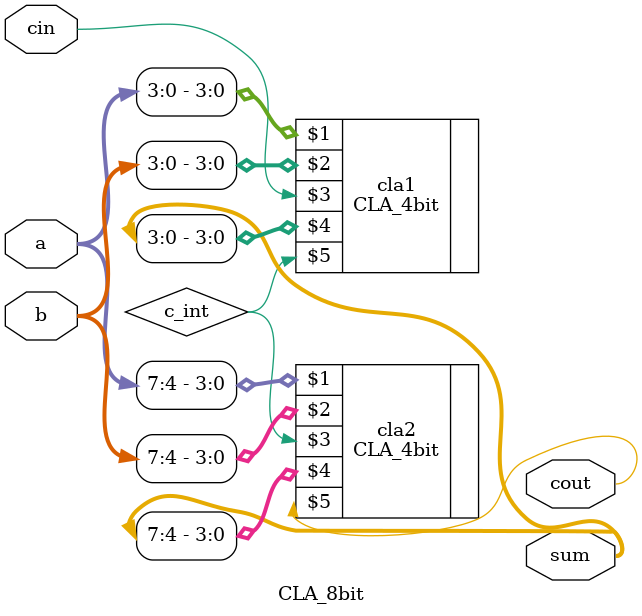
<source format=v>
`timescale 1ns / 1ps


module CLA_8bit(a,b,cin,sum,cout);

//declaring input and output variables
input [7:0]a,b;
input cin;
output [7:0]sum;
output cout;

//wire for intermediate carry
wire c_int;

//instantiating 4bit CLA
CLA_4bit cla1(a[3:0],b[3:0],cin,sum[3:0],c_int);
CLA_4bit cla2(a[7:4],b[7:4],c_int,sum[7:4],cout);

endmodule

</source>
